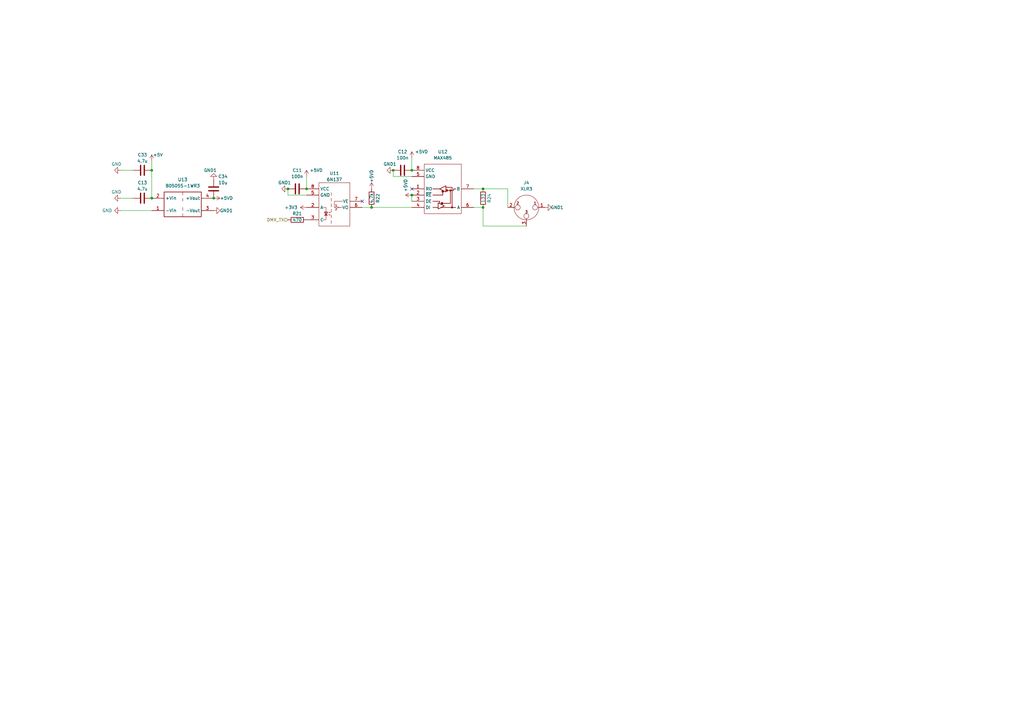
<source format=kicad_sch>
(kicad_sch (version 20211123) (generator eeschema)
  (paper "A3")
  (lib_symbols
    (symbol "Connector:XLR3" (pin_names hide)
      (property "Reference" "J4" (at 0 10.16 0))
      (property "Value" "XLR3" (at 0 7.62 0))
      (symbol "XLR3_0_1"
        (circle (center -3.556 0) (radius 1.016))
        (circle (center 0 -3.556) (radius 1.016))
        (polyline (pts (xy -5.08 0) (xy -4.572 0)))
        (polyline (pts (xy 0 -5.08) (xy 0 -4.572)))
        (polyline (pts (xy 5.08 0) (xy 4.572 0)))
        (circle (center 0 0) (radius 5.08))
        (circle (center 3.556 0) (radius 1.016))
        (text "1" (at -3.556 1.778 0) (effects (font (size 1.016 1.016) bold)))
        (text "2" (at 3.556 1.778 0) (effects (font (size 1.016 1.016) bold)))
        (text "3" (at 0 -1.778 0) (effects (font (size 1.016 1.016) bold)))
        (pin passive line (at -7.62 0 0) (length 2.54) (name "~") (number "1"))
        (pin passive line (at 7.62 0 180) (length 2.54) (name "~") (number "2"))
        (pin passive line (at 0 -7.62 90) (length 2.54) (name "~") (number "3"))
      )
    )
    (symbol "Device:C" (pin_numbers hide) (pin_names (offset 0.254))
      (property "Reference" "C" (at 0.635 2.54 0))
      (property "Value" "C" (at 0.635 -2.54 0))
      (symbol "C_0_1"
        (polyline (pts (xy -2.032 -0.762) (xy 2.032 -0.762)) (stroke (width 0.508)))
        (polyline (pts (xy -2.032 0.762) (xy 2.032 0.762)) (stroke (width 0.508)))
      )
      (symbol "C_1_1"
        (pin passive line (at 0 3.81 270) (length 2.794) (name "~") (number "1"))
        (pin passive line (at 0 -3.81 90) (length 2.794) (name "~") (number "2"))
      )
    )
    (symbol "Device:R" (pin_numbers hide) (pin_names (offset 0))
      (property "Reference" "R" (at 2.032 0 90))
      (property "Value" "R" (at 0 0 90))
      (symbol "R_0_1"
        (rectangle (start -1.016 -2.54) (end 1.016 2.54) (stroke (width 0.254)))
      )
      (symbol "R_1_1"
        (pin passive line (at 0 3.81 270) (length 1.27) (name "~") (number "1"))
        (pin passive line (at 0 -3.81 90) (length 1.27) (name "~") (number "2"))
      )
    )
    (symbol "igor_lib:6N137"
      (property "Reference" "U11" (at 6.35 21.59 0))
      (property "Value" "6N137" (at 6.35 19.05 0))
      (symbol "6N137_0_1"
        (polyline (pts (xy 6.985 8.89) (xy 6.985 6.35)))
        (polyline (pts (xy 9.652 7.62) (xy 8.7376 7.62)))
        (polyline (pts (xy 1.7526 2.54) (xy 2.8956 2.54) (xy 2.8956 7.62) (xy 1.7526 7.62)))
        (polyline (pts (xy 9.652 10.16) (xy 6.35 10.16) (xy 6.35 7.62) (xy 6.985 7.62)))
        (arc (start 6.985 8.89) (mid 6.087 6.722) (end 8.255 7.62))
        (arc (start 8.255 7.62) (mid 6.087 8.518) (end 6.985 6.35))
        (circle (center 8.509 7.62) (radius 0.1796) (stroke (width 0.05)))
      )
      (symbol "6N137_1_1"
        (polyline (pts (xy 2.2606 4.445) (xy 3.5306 4.445)) (stroke (width 0.254)))
        (polyline (pts (xy 5.0546 2.286) (xy 5.0546 1.016)))
        (polyline (pts (xy 5.0546 4.572) (xy 5.0546 3.302)))
        (polyline (pts (xy 5.0546 6.858) (xy 5.0546 5.588)))
        (polyline (pts (xy 5.0546 9.144) (xy 5.0546 7.874)))
        (polyline (pts (xy 5.0546 11.43) (xy 5.0546 10.16)))
        (polyline (pts (xy 5.0546 13.716) (xy 5.0546 12.446)))
        (polyline (pts (xy 2.8956 4.445) (xy 2.2606 5.715) (xy 3.5306 5.715) (xy 2.8956 4.445)) (stroke (width 0.254)))
        (polyline (pts (xy 3.9116 4.572) (xy 4.6736 4.572) (xy 4.2926 4.445) (xy 4.2926 4.699) (xy 4.6736 4.572)) (stroke (width 0.127)))
        (polyline (pts (xy 3.9116 5.588) (xy 4.6736 5.588) (xy 4.2926 5.461) (xy 4.2926 5.715) (xy 4.6736 5.588)) (stroke (width 0.127)))
        (rectangle (start 0 17.78) (end 12.7 0))
        (pin no_connect line (at -5.08 10.16 0) (length 5.08) hide (name "NC") (number "1"))
        (pin passive line (at -5.08 7.62 0) (length 5.08) (name "A") (number "2"))
        (pin passive line (at -5.08 2.54 0) (length 5.08) (name "C") (number "3"))
        (pin no_connect line (at -5.08 10.16 0) (length 5.08) hide (name "NC") (number "4"))
        (pin power_in line (at -5.08 12.7 0) (length 5.08) (name "GND") (number "5"))
        (pin open_collector line (at 17.78 7.62 180) (length 5.08) (name "VO") (number "6"))
        (pin input line (at 17.78 10.16 180) (length 5.08) (name "VE") (number "7"))
        (pin power_in line (at -5.08 15.24 0) (length 5.08) (name "VCC") (number "8"))
      )
    )
    (symbol "igor_lib:MAX485"
      (property "Reference" "U?" (at 7.62 24.13 0))
      (property "Value" "MAX485" (at 7.62 21.59 0))
      (symbol "MAX485_0_1"
        (polyline (pts (xy 3.556 2.54) (xy 5.715 2.54)) (stroke (width 0.254)))
        (polyline (pts (xy 3.556 10.16) (xy 6.35 10.16)) (stroke (width 0.254)))
        (polyline (pts (xy 6.35 4.4196) (xy 6.35 4.1656)) (stroke (width 0.254)))
        (polyline (pts (xy 6.985 2.54) (xy 12.954 2.54)) (stroke (width 0.254)))
        (polyline (pts (xy 3.556 5.08) (xy 6.35 5.08) (xy 6.35 4.445)) (stroke (width 0.254)))
        (polyline (pts (xy 7.62 8.89) (xy 7.62 7.62) (xy 3.556 7.62)) (stroke (width 0.254)))
        (polyline (pts (xy 8.89 10.795) (xy 11.43 10.795) (xy 11.43 2.54)) (stroke (width 0.254)))
        (polyline (pts (xy 10.7442 9.6266) (xy 10.7442 4.2418) (xy 7.747 4.2418)) (stroke (width 0.254)))
        (polyline (pts (xy 5.715 4.445) (xy 5.715 1.905) (xy 8.255 3.175) (xy 5.715 4.445)) (stroke (width 0.254)))
        (polyline (pts (xy 6.35 10.16) (xy 8.89 11.43) (xy 8.89 8.89) (xy 6.35 10.16)) (stroke (width 0.254)))
        (polyline (pts (xy 9.525 9.525) (xy 12.065 9.525) (xy 12.065 10.16) (xy 12.954 10.16)) (stroke (width 0.254)))
        (rectangle (start 0 20.32) (end 15.24 0))
        (circle (center 7.2898 4.2418) (radius 0.3556) (stroke (width 0.254)) (fill (type outline)))
        (circle (center 7.5946 9.1186) (radius 0.3556) (stroke (width 0.254)) (fill (type outline)))
        (rectangle (start 8.89 10.795) (end 8.89 10.795))
        (circle (center 9.271 9.525) (radius 0.3556) (stroke (width 0.254)) (fill (type outline)))
        (circle (center 10.7442 9.525) (radius 0.3556) (stroke (width 0.0025)) (fill (type outline)))
        (circle (center 11.43 2.54) (radius 0.3556) (stroke (width 0.0025)) (fill (type outline)))
      )
      (symbol "MAX485_1_1"
        (pin output line (at -5.08 10.16 0) (length 5.08) (name "RO") (number "1"))
        (pin input line (at -5.08 7.62 0) (length 5.08) (name "~{RE}") (number "2"))
        (pin input line (at -5.08 5.08 0) (length 5.08) (name "DE") (number "3"))
        (pin input line (at -5.08 2.54 0) (length 5.08) (name "DI") (number "4"))
        (pin power_in line (at -5.08 15.24 0) (length 5.08) (name "GND") (number "5"))
        (pin bidirectional line (at 20.32 2.54 180) (length 5.08) (name "A") (number "6"))
        (pin bidirectional line (at 20.32 10.16 180) (length 5.08) (name "B") (number "7"))
        (pin power_in line (at -5.08 17.78 0) (length 5.08) (name "VCC") (number "8"))
      )
    )
    (symbol "igor_lib:RFM-0505"
      (property "Reference" "U?" (at 7.62 13.97 0))
      (property "Value" "RFM-0505" (at 7.62 11.43 0))
      (symbol "RFM-0505_0_0"
        (pin power_in line (at -5.08 2.54 0) (length 5.08) (name "-Vin") (number "1"))
        (pin power_in line (at -5.08 7.62 0) (length 5.08) (name "+Vin") (number "2"))
        (pin power_out line (at 20.32 2.54 180) (length 5.08) (name "-Vout") (number "3"))
        (pin power_out line (at 20.32 7.62 180) (length 5.08) (name "+Vout") (number "4"))
      )
      (symbol "RFM-0505_0_1"
        (polyline (pts (xy 7.62 1.27) (xy 7.62 0)))
        (polyline (pts (xy 7.62 3.81) (xy 7.62 2.54)))
        (polyline (pts (xy 7.62 7.62) (xy 7.62 6.35)))
        (polyline (pts (xy 7.62 10.16) (xy 7.62 8.89)))
        (rectangle (start 0 10.16) (end 15.24 0) (stroke (width 0.254)))
      )
    )
    (symbol "power:+3.3V" (power) (pin_names (offset 0))
      (property "Value" "+3.3V" (at 0 3.556 0))
      (symbol "+3.3V_0_1"
        (polyline (pts (xy -0.762 1.27) (xy 0 2.54)))
        (polyline (pts (xy 0 0) (xy 0 2.54)))
        (polyline (pts (xy 0 2.54) (xy 0.762 1.27)))
      )
      (symbol "+3.3V_1_1"
        (pin power_in line (at 0 0 90) (length 0) hide (name "+3V3") (number "1"))
      )
    )
    (symbol "power:+5V" (power) (pin_names (offset 0))
      (property "Value" "+5V" (at 0 3.556 0))
      (symbol "+5V_0_1"
        (polyline (pts (xy -0.762 1.27) (xy 0 2.54)))
        (polyline (pts (xy 0 0) (xy 0 2.54)))
        (polyline (pts (xy 0 2.54) (xy 0.762 1.27)))
      )
      (symbol "+5V_1_1"
        (pin power_in line (at 0 0 90) (length 0) hide (name "+5V") (number "1"))
      )
    )
    (symbol "power:+5VD" (power) (pin_names (offset 0))
      (property "Value" "+5VD" (at 0 3.556 0))
      (symbol "+5VD_0_1"
        (polyline (pts (xy -0.762 1.27) (xy 0 2.54)))
        (polyline (pts (xy 0 0) (xy 0 2.54)))
        (polyline (pts (xy 0 2.54) (xy 0.762 1.27)))
      )
      (symbol "+5VD_1_1"
        (pin power_in line (at 0 0 90) (length 0) hide (name "+5VD") (number "1"))
      )
    )
    (symbol "power:GND" (power) (pin_names (offset 0))
      (property "Value" "GND" (at 0 -3.81 0))
      (symbol "GND_0_1"
        (polyline (pts (xy 0 0) (xy 0 -1.27) (xy 1.27 -1.27) (xy 0 -2.54) (xy -1.27 -1.27) (xy 0 -1.27)))
      )
      (symbol "GND_1_1"
        (pin power_in line (at 0 0 270) (length 0) hide (name "GND") (number "1"))
      )
    )
    (symbol "power:GND1" (power) (pin_names (offset 0))
      (property "Value" "GND1" (at 0 -3.81 0))
      (symbol "GND1_0_1"
        (polyline (pts (xy 0 0) (xy 0 -1.27) (xy 1.27 -1.27) (xy 0 -2.54) (xy -1.27 -1.27) (xy 0 -1.27)))
      )
      (symbol "GND1_1_1"
        (pin power_in line (at 0 0 270) (length 0) hide (name "GND1") (number "1"))
      )
    )
  )
  (junction (at 125.73 77.47))
  (junction (at 152.4 85.09))
  (junction (at 87.63 81.28))
  (junction (at 62.23 69.85))
  (junction (at 62.23 81.28))
  (junction (at 118.11 77.47))
  (junction (at 161.29 69.85))
  (junction (at 168.91 80.01))
  (junction (at 198.12 85.09))
  (junction (at 198.12 77.47))
  (junction (at 168.91 69.85))
  (no_connect (at 168.91 77.47))
  (no_connect (at 148.59 82.55))
  (wire (pts (xy 161.29 72.39) (xy 161.29 69.85)))
  (wire (pts (xy 152.4 85.09) (xy 168.91 85.09)))
  (wire (pts (xy 168.91 80.01) (xy 168.91 82.55)))
  (wire (pts (xy 148.59 85.09) (xy 152.4 85.09)))
  (wire (pts (xy 118.11 80.01) (xy 118.11 77.47)))
  (wire (pts (xy 62.23 69.85) (xy 62.23 81.28)))
  (wire (pts (xy 194.31 77.47) (xy 198.12 77.47)))
  (wire (pts (xy 198.12 77.47) (xy 208.28 77.47)))
  (wire (pts (xy 49.53 86.36) (xy 62.23 86.36)))
  (wire (pts (xy 168.91 72.39) (xy 161.29 72.39)))
  (wire (pts (xy 198.12 85.09) (xy 198.12 92.71)))
  (wire (pts (xy 125.73 72.39) (xy 125.73 77.47)))
  (wire (pts (xy 125.73 80.01) (xy 118.11 80.01)))
  (wire (pts (xy 168.91 64.77) (xy 168.91 69.85)))
  (wire (pts (xy 49.53 81.28) (xy 54.61 81.28)))
  (wire (pts (xy 208.28 85.09) (xy 208.28 77.47)))
  (wire (pts (xy 198.12 92.71) (xy 215.9 92.71)))
  (wire (pts (xy 62.23 66.04) (xy 62.23 69.85)))
  (wire (pts (xy 49.53 69.85) (xy 54.61 69.85)))
  (wire (pts (xy 194.31 85.09) (xy 198.12 85.09)))
  (hierarchical_label "DMX_TX" (shape input) (at 118.11 90.17 180))
  (symbol (lib_id "Connector:XLR3") (at 215.9 85.09 0) (mirror y) (unit 1)
    (property "Reference" "J4" (at 215.9 74.93 0))
    (property "Value" "XLR3" (at 215.9 77.47 0))
    (property "Footprint" "igor_footprint_lib:TRAPC3MX" (effects hide))
    (property "Datasheet" " ~" (effects hide))
  )
  (symbol (lib_id "power:GND1") (at 223.52 85.09 90) (unit 1)
    (property "Reference" "#PWR0162" (effects hide))
    (property "Value" "GND1" (at 231.14 85.09 90) (effects (justify left)))
  )
  (symbol (lib_id "power:GND1") (at 118.11 77.47 270) (mirror x) (unit 1)
    (property "Reference" "#PWR0153" (effects hide))
    (property "Value" "GND1" (at 119.38 74.93 90) (effects (justify right)))
  )
  (symbol (lib_id "igor_lib:6N137") (at 130.81 92.71 0) (unit 1)
    (property "Reference" "U11" (at 137.16 71.12 0))
    (property "Value" "6N137" (at 137.16 73.66 0))
    (property "Footprint" "Package_SO:SSO-8_6.7x9.8mm_P2.54mm_Clearance8mm" (effects hide))
    (property "Datasheet" "https://docs.broadcom.com/docs/AV02-0940EN" (effects hide))
    (property "LCSC" "C92651" (effects hide))
  )
  (symbol (lib_id "power:GND1") (at 87.63 86.36 90) (mirror x) (unit 1)
    (property "Reference" "#PWR0156" (effects hide))
    (property "Value" "GND1" (at 90.17 86.36 90) (effects (justify right)))
  )
  (symbol (lib_id "power:+3.3V") (at 125.73 85.09 90) (unit 1)
    (property "Reference" "#PWR0151" (effects hide))
    (property "Value" "+3.3V" (at 119.38 85.09 90))
  )
  (symbol (lib_id "power:+5VD") (at 87.63 81.28 270) (unit 1)
    (property "Reference" "#PWR0158" (effects hide))
    (property "Value" "+5VD" (at 90.17 81.28 90) (effects (justify left)))
  )
  (symbol (lib_id "Device:C") (at 58.42 81.28 90) (unit 1)
    (property "Reference" "C13" (at 58.42 74.93 90))
    (property "Value" "4.7u" (at 58.42 77.47 90))
    (property "Footprint" "Capacitor_SMD:C_0402_1005Metric" (effects hide))
    (property "LCSC" "C23733" (effects hide))
  )
  (symbol (lib_id "igor_lib:MAX485") (at 173.99 87.63 0) (unit 1)
    (property "Reference" "U12" (at 181.61 62.23 0))
    (property "Value" "MAX485" (at 181.61 64.77 0))
    (property "Footprint" "Package_SO:SO-8_3.9x4.9mm_P1.27mm" (effects hide))
    (property "LCSC" "C19738" (effects hide))
  )
  (symbol (lib_id "power:GND1") (at 87.63 73.66 0) (mirror x) (unit 1)
    (property "Reference" "#PWR014" (effects hide))
    (property "Value" "GND1" (at 88.9 69.85 0) (effects (justify right)))
  )
  (symbol (lib_id "Device:C") (at 58.42 69.85 90) (unit 1)
    (property "Reference" "C33" (at 58.42 63.5 90))
    (property "Value" "4.7u" (at 58.42 66.04 90))
    (property "Footprint" "Capacitor_SMD:C_0402_1005Metric" (effects hide))
    (property "LCSC" "C23733" (effects hide))
  )
  (symbol (lib_id "power:GND") (at 49.53 81.28 270) (unit 1)
    (property "Reference" "#PWR0159" (effects hide))
    (property "Value" "GND" (at 45.72 78.74 90) (effects (justify left)))
  )
  (symbol (lib_id "power:+5V") (at 62.23 66.04 0) (unit 1)
    (property "Reference" "#PWR0160" (effects hide))
    (property "Value" "+5V" (at 64.77 63.5 0))
  )
  (symbol (lib_id "Device:C") (at 165.1 69.85 90) (unit 1)
    (property "Reference" "C12" (at 165.1 62.23 90))
    (property "Value" "100n" (at 165.1 64.77 90))
    (property "Footprint" "Capacitor_SMD:C_0402_1005Metric" (effects hide))
    (property "LCSC" "C1525" (effects hide))
  )
  (symbol (lib_id "power:+5VD") (at 168.91 80.01 90) (unit 1)
    (property "Reference" "#PWR0154" (effects hide))
    (property "Value" "+5VD" (at 166.37 78.74 0) (effects (justify left)))
  )
  (symbol (lib_id "power:+5VD") (at 152.4 77.47 0) (unit 1)
    (property "Reference" "#PWR0150" (effects hide))
    (property "Value" "+5VD" (at 152.4 74.93 90) (effects (justify left)))
  )
  (symbol (lib_id "Device:R") (at 121.92 90.17 90) (unit 1)
    (property "Reference" "R21" (at 121.92 87.63 90))
    (property "Value" "470" (at 121.92 90.17 90))
    (property "Footprint" "Resistor_SMD:R_0402_1005Metric" (effects hide))
    (property "LCSC" "C25117" (effects hide))
  )
  (symbol (lib_id "Device:R") (at 198.12 81.28 0) (unit 1)
    (property "Reference" "R24" (at 200.66 81.28 90))
    (property "Value" "133" (at 198.12 81.28 90))
    (property "Footprint" "Resistor_SMD:R_0402_1005Metric" (effects hide))
    (property "LCSC" "C497125" (effects hide))
  )
  (symbol (lib_id "Device:R") (at 152.4 81.28 0) (unit 1)
    (property "Reference" "R22" (at 154.94 81.28 90))
    (property "Value" "4.7k" (at 152.4 81.28 90))
    (property "Footprint" "Resistor_SMD:R_0402_1005Metric" (effects hide))
    (property "LCSC" "C25900" (effects hide))
  )
  (symbol (lib_id "power:GND1") (at 161.29 69.85 270) (unit 1)
    (property "Reference" "#PWR0157" (effects hide))
    (property "Value" "GND1" (at 162.56 67.31 90) (effects (justify right)))
  )
  (symbol (lib_id "power:GND") (at 49.53 69.85 270) (unit 1)
    (property "Reference" "#PWR0155" (effects hide))
    (property "Value" "GND" (at 45.72 67.31 90) (effects (justify left)))
  )
  (symbol (lib_id "Device:C") (at 87.63 77.47 0) (unit 1)
    (property "Reference" "C34" (at 91.44 72.39 0))
    (property "Value" "10u" (at 91.44 74.93 0))
    (property "Footprint" "Capacitor_SMD:C_0402_1005Metric" (effects hide))
    (property "LCSC" "C15525" (effects hide))
  )
  (symbol (lib_id "igor_lib:RFM-0505") (at 67.31 88.9 0) (unit 1)
    (property "Reference" "U13" (at 74.93 73.66 0))
    (property "Value" "B0505S-1WR3" (at 74.93 76.2 0))
    (property "Footprint" "igor_footprint_lib:RFM-0505" (effects hide))
    (property "LCSC" "C131038" (effects hide))
  )
  (symbol (lib_id "power:+5VD") (at 125.73 72.39 0) (unit 1)
    (property "Reference" "#PWR022" (effects hide))
    (property "Value" "+5VD" (at 127 69.85 0) (effects (justify left)))
  )
  (symbol (lib_id "power:+5VD") (at 168.91 64.77 0) (unit 1)
    (property "Reference" "#PWR0149" (effects hide))
    (property "Value" "+5VD" (at 170.18 62.23 0) (effects (justify left)))
  )
  (symbol (lib_id "Device:C") (at 121.92 77.47 90) (unit 1)
    (property "Reference" "C11" (at 121.92 69.85 90))
    (property "Value" "100n" (at 121.92 72.39 90))
    (property "Footprint" "Capacitor_SMD:C_0402_1005Metric" (effects hide))
    (property "LCSC" "C1525" (effects hide))
  )
  (symbol (lib_id "power:GND") (at 49.53 86.36 270) (mirror x) (unit 1)
    (property "Reference" "#PWR0161" (effects hide))
    (property "Value" "GND" (at 41.91 86.36 90) (effects (justify left)))
  )
)
</source>
